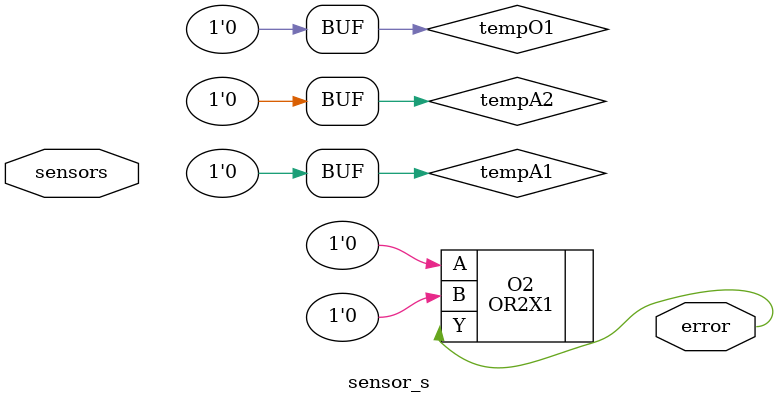
<source format=sv>


module sensor_s (
	input wire [3:0] sensors,
	output wire error
);

	reg tempA1 = 1'b0;
	reg tempA2 = 1'b0;
	reg tempO1 = 1'b0;

	AND2X1 A1 (.Y(tempA1), .A(sensors[3]), .B(sensors[1])); // W * X
	AND2X1 A2 (.Y(tempA2), .A(sensors[2]), .B(sensors[1])); // X * Y
	OR2X1  O1 (.Y(tempO1), .A(sensors[0]), .B(tempA1)); // 
	OR2X1  O2 (.Y(error), .A(tempO1), .B(tempA2));
endmodule

</source>
